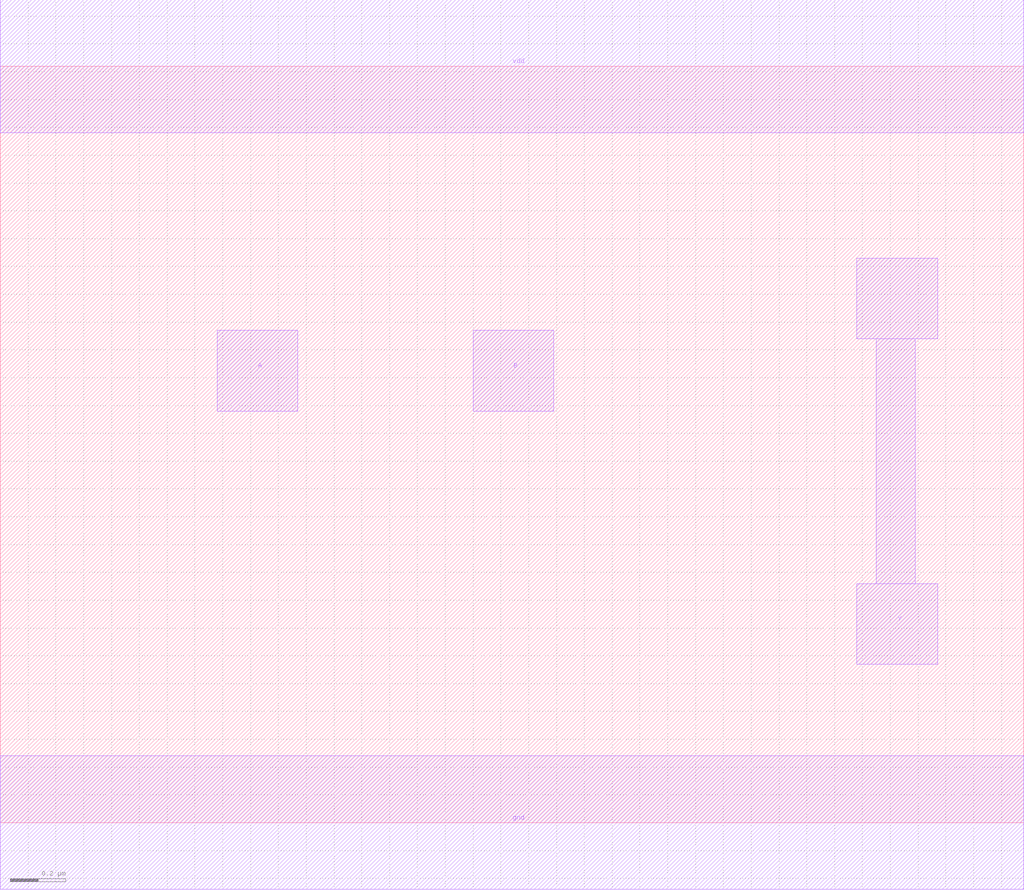
<source format=lef>
VERSION 5.7 ;
  NOWIREEXTENSIONATPIN ON ;
  DIVIDERCHAR "/" ;
  BUSBITCHARS "[]" ;
MACRO OR2X2
  CLASS CORE ;
  FOREIGN OR2X2 ;
  ORIGIN 0.000 0.000 ;
  SIZE 3.680 BY 2.720 ;
  SYMMETRY X Y R90 ;
  SITE unithd ;
  PIN vdd
    DIRECTION INOUT ;
    USE POWER ;
    SHAPE ABUTMENT ;
    PORT
      LAYER met1 ;
        RECT 0.000 2.480 3.680 2.960 ;
    END
  END vdd
  PIN gnd
    DIRECTION INOUT ;
    USE GROUND ;
    SHAPE ABUTMENT ;
    PORT
      LAYER met1 ;
        RECT 0.000 -0.240 3.680 0.240 ;
    END
  END gnd
  PIN Y
    DIRECTION INOUT ;
    USE SIGNAL ;
    SHAPE ABUTMENT ;
    PORT
      LAYER met1 ;
        RECT 3.080 1.740 3.370 2.030 ;
        RECT 3.150 0.860 3.290 1.740 ;
        RECT 3.080 0.570 3.370 0.860 ;
    END
  END Y
  PIN A
    DIRECTION INOUT ;
    USE SIGNAL ;
    SHAPE ABUTMENT ;
    PORT
      LAYER met1 ;
        RECT 0.780 1.480 1.070 1.770 ;
    END
  END A
  PIN B
    DIRECTION INOUT ;
    USE SIGNAL ;
    SHAPE ABUTMENT ;
    PORT
      LAYER met1 ;
        RECT 1.700 1.480 1.990 1.770 ;
    END
  END B
END OR2X2
END LIBRARY


</source>
